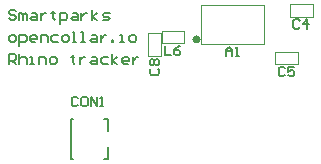
<source format=gto>
G04*
G04 #@! TF.GenerationSoftware,Altium Limited,Altium Designer,19.1.7 (138)*
G04*
G04 Layer_Color=65535*
%FSAX25Y25*%
%MOIN*%
G70*
G01*
G75*
%ADD10C,0.01181*%
%ADD11C,0.00394*%
%ADD12C,0.00787*%
%ADD13C,0.00598*%
D10*
X0460592Y0325886D02*
G03*
X0460592Y0325886I-0000710J0000000D01*
G01*
D11*
X0493720Y0317520D02*
Y0321654D01*
X0486043D02*
X0493720D01*
X0486043Y0317520D02*
Y0321654D01*
Y0317520D02*
X0493720D01*
X0491122Y0333465D02*
Y0337598D01*
Y0333465D02*
X0498799D01*
Y0337598D01*
X0491122D02*
X0498799D01*
X0443760Y0320472D02*
X0447894D01*
Y0328150D01*
X0443760D02*
X0447894D01*
X0443760Y0320472D02*
Y0328150D01*
X0448268Y0324587D02*
Y0328524D01*
Y0324587D02*
X0455748D01*
Y0328524D01*
X0448268D02*
X0455748D01*
X0482323Y0324508D02*
Y0337500D01*
X0461457Y0324508D02*
X0482323D01*
X0461457D02*
Y0337500D01*
X0482323D01*
D12*
X0430268Y0295492D02*
Y0299429D01*
X0429087Y0299429D02*
X0430268Y0299429D01*
X0429087Y0286043D02*
X0430268D01*
Y0289980D01*
X0418063Y0299429D02*
X0418850D01*
X0418063Y0286043D02*
Y0299429D01*
Y0286043D02*
X0418850D01*
X0399684Y0335212D02*
X0399094Y0335802D01*
X0397913D01*
X0397323Y0335212D01*
Y0334622D01*
X0397913Y0334031D01*
X0399094D01*
X0399684Y0333441D01*
Y0332851D01*
X0399094Y0332260D01*
X0397913D01*
X0397323Y0332851D01*
X0400865Y0332260D02*
Y0334622D01*
X0401455D01*
X0402046Y0334031D01*
Y0332260D01*
Y0334031D01*
X0402636Y0334622D01*
X0403226Y0334031D01*
Y0332260D01*
X0404997Y0334622D02*
X0406178D01*
X0406769Y0334031D01*
Y0332260D01*
X0404997D01*
X0404407Y0332851D01*
X0404997Y0333441D01*
X0406769D01*
X0407949Y0334622D02*
Y0332260D01*
Y0333441D01*
X0408540Y0334031D01*
X0409130Y0334622D01*
X0409720D01*
X0412082Y0335212D02*
Y0334622D01*
X0411491D01*
X0412672D01*
X0412082D01*
Y0332851D01*
X0412672Y0332260D01*
X0414443Y0331080D02*
Y0334622D01*
X0416214D01*
X0416805Y0334031D01*
Y0332851D01*
X0416214Y0332260D01*
X0414443D01*
X0418576Y0334622D02*
X0419757D01*
X0420347Y0334031D01*
Y0332260D01*
X0418576D01*
X0417985Y0332851D01*
X0418576Y0333441D01*
X0420347D01*
X0421528Y0334622D02*
Y0332260D01*
Y0333441D01*
X0422118Y0334031D01*
X0422708Y0334622D01*
X0423299D01*
X0425070Y0332260D02*
Y0335802D01*
Y0333441D02*
X0426841Y0334622D01*
X0425070Y0333441D02*
X0426841Y0332260D01*
X0428612D02*
X0430383D01*
X0430973Y0332851D01*
X0430383Y0333441D01*
X0429202D01*
X0428612Y0334031D01*
X0429202Y0334622D01*
X0430973D01*
X0397913Y0324939D02*
X0399094D01*
X0399684Y0325530D01*
Y0326710D01*
X0399094Y0327301D01*
X0397913D01*
X0397323Y0326710D01*
Y0325530D01*
X0397913Y0324939D01*
X0400865Y0323759D02*
Y0327301D01*
X0402636D01*
X0403226Y0326710D01*
Y0325530D01*
X0402636Y0324939D01*
X0400865D01*
X0406178D02*
X0404997D01*
X0404407Y0325530D01*
Y0326710D01*
X0404997Y0327301D01*
X0406178D01*
X0406769Y0326710D01*
Y0326120D01*
X0404407D01*
X0407949Y0324939D02*
Y0327301D01*
X0409720D01*
X0410311Y0326710D01*
Y0324939D01*
X0413853Y0327301D02*
X0412082D01*
X0411491Y0326710D01*
Y0325530D01*
X0412082Y0324939D01*
X0413853D01*
X0415624D02*
X0416805D01*
X0417395Y0325530D01*
Y0326710D01*
X0416805Y0327301D01*
X0415624D01*
X0415034Y0326710D01*
Y0325530D01*
X0415624Y0324939D01*
X0418576D02*
X0419757D01*
X0419166D01*
Y0328481D01*
X0418576D01*
X0421528Y0324939D02*
X0422708D01*
X0422118D01*
Y0328481D01*
X0421528D01*
X0425070Y0327301D02*
X0426251D01*
X0426841Y0326710D01*
Y0324939D01*
X0425070D01*
X0424479Y0325530D01*
X0425070Y0326120D01*
X0426841D01*
X0428022Y0327301D02*
Y0324939D01*
Y0326120D01*
X0428612Y0326710D01*
X0429202Y0327301D01*
X0429793D01*
X0431564Y0324939D02*
Y0325530D01*
X0432154D01*
Y0324939D01*
X0431564D01*
X0434515D02*
X0435696D01*
X0435106D01*
Y0327301D01*
X0434515D01*
X0438058Y0324939D02*
X0439238D01*
X0439829Y0325530D01*
Y0326710D01*
X0439238Y0327301D01*
X0438058D01*
X0437467Y0326710D01*
Y0325530D01*
X0438058Y0324939D01*
X0397323Y0317618D02*
Y0321160D01*
X0399094D01*
X0399684Y0320570D01*
Y0319389D01*
X0399094Y0318799D01*
X0397323D01*
X0398503D02*
X0399684Y0317618D01*
X0400865Y0321160D02*
Y0317618D01*
Y0319389D01*
X0401455Y0319980D01*
X0402636D01*
X0403226Y0319389D01*
Y0317618D01*
X0404407D02*
X0405588D01*
X0404997D01*
Y0319980D01*
X0404407D01*
X0407359Y0317618D02*
Y0319980D01*
X0409130D01*
X0409720Y0319389D01*
Y0317618D01*
X0411491D02*
X0412672D01*
X0413263Y0318209D01*
Y0319389D01*
X0412672Y0319980D01*
X0411491D01*
X0410901Y0319389D01*
Y0318209D01*
X0411491Y0317618D01*
X0418576Y0320570D02*
Y0319980D01*
X0417985D01*
X0419166D01*
X0418576D01*
Y0318209D01*
X0419166Y0317618D01*
X0420937Y0319980D02*
Y0317618D01*
Y0318799D01*
X0421528Y0319389D01*
X0422118Y0319980D01*
X0422708D01*
X0425070D02*
X0426251D01*
X0426841Y0319389D01*
Y0317618D01*
X0425070D01*
X0424479Y0318209D01*
X0425070Y0318799D01*
X0426841D01*
X0430383Y0319980D02*
X0428612D01*
X0428022Y0319389D01*
Y0318209D01*
X0428612Y0317618D01*
X0430383D01*
X0431564D02*
Y0321160D01*
Y0318799D02*
X0433335Y0319980D01*
X0431564Y0318799D02*
X0433335Y0317618D01*
X0436877D02*
X0435696D01*
X0435106Y0318209D01*
Y0319389D01*
X0435696Y0319980D01*
X0436877D01*
X0437467Y0319389D01*
Y0318799D01*
X0435106D01*
X0438648Y0319980D02*
Y0317618D01*
Y0318799D01*
X0439238Y0319389D01*
X0439829Y0319980D01*
X0440419D01*
D13*
X0489343Y0316187D02*
X0488818Y0316712D01*
X0487769D01*
X0487244Y0316187D01*
Y0314088D01*
X0487769Y0313563D01*
X0488818D01*
X0489343Y0314088D01*
X0492492Y0316712D02*
X0490393D01*
Y0315137D01*
X0491442Y0315662D01*
X0491967D01*
X0492492Y0315137D01*
Y0314088D01*
X0491967Y0313563D01*
X0490917D01*
X0490393Y0314088D01*
X0494225Y0332053D02*
X0493700Y0332578D01*
X0492651D01*
X0492126Y0332053D01*
Y0329954D01*
X0492651Y0329429D01*
X0493700D01*
X0494225Y0329954D01*
X0496849Y0329429D02*
Y0332578D01*
X0495275Y0331003D01*
X0497374D01*
X0444817Y0316174D02*
X0444292Y0315649D01*
Y0314600D01*
X0444817Y0314075D01*
X0446916D01*
X0447441Y0314600D01*
Y0315649D01*
X0446916Y0316174D01*
X0444817Y0317223D02*
X0444292Y0317748D01*
Y0318798D01*
X0444817Y0319322D01*
X0445342D01*
X0445867Y0318798D01*
X0446391Y0319322D01*
X0446916D01*
X0447441Y0318798D01*
Y0317748D01*
X0446916Y0317223D01*
X0446391D01*
X0445867Y0317748D01*
X0445342Y0317223D01*
X0444817D01*
X0445867Y0317748D02*
Y0318798D01*
X0449291Y0323798D02*
Y0320650D01*
X0451390D01*
X0454539Y0323798D02*
X0453489Y0323273D01*
X0452440Y0322224D01*
Y0321174D01*
X0452965Y0320650D01*
X0454014D01*
X0454539Y0321174D01*
Y0321699D01*
X0454014Y0322224D01*
X0452440D01*
X0469764Y0320295D02*
Y0322394D01*
X0470813Y0323444D01*
X0471863Y0322394D01*
Y0320295D01*
Y0321870D01*
X0469764D01*
X0472912Y0320295D02*
X0473962D01*
X0473437D01*
Y0323444D01*
X0472912Y0322919D01*
X0420399Y0306224D02*
X0419874Y0306749D01*
X0418825D01*
X0418300Y0306224D01*
Y0304125D01*
X0418825Y0303600D01*
X0419874D01*
X0420399Y0304125D01*
X0423023Y0306749D02*
X0421973D01*
X0421449Y0306224D01*
Y0304125D01*
X0421973Y0303600D01*
X0423023D01*
X0423548Y0304125D01*
Y0306224D01*
X0423023Y0306749D01*
X0424597Y0303600D02*
Y0306749D01*
X0426696Y0303600D01*
Y0306749D01*
X0427746Y0303600D02*
X0428795D01*
X0428270D01*
Y0306749D01*
X0427746Y0306224D01*
M02*

</source>
